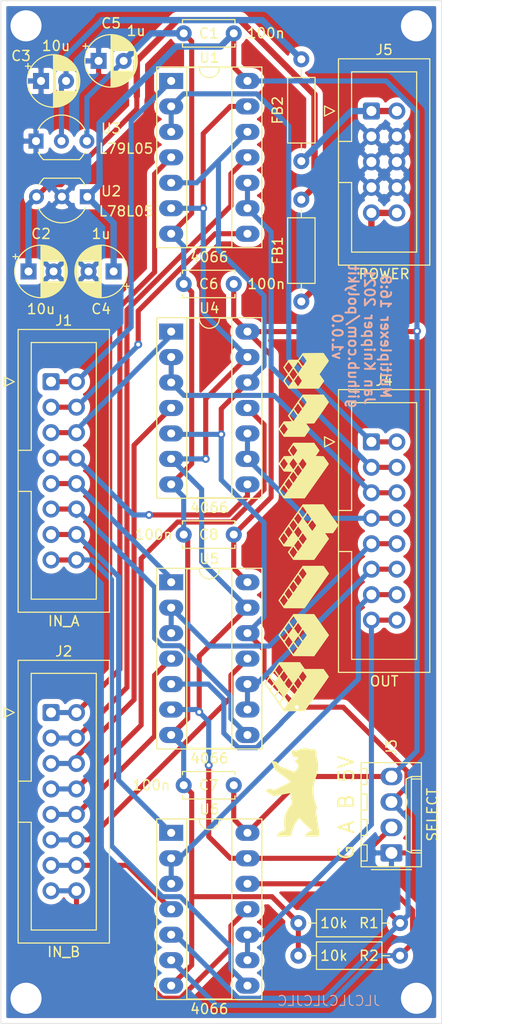
<source format=kicad_pcb>
(kicad_pcb (version 20171130) (host pcbnew 5.1.10-88a1d61d58~88~ubuntu20.10.1)
  (title_block (title "Multiplexer 16:8") (date 2021-06-30) (rev v1.0.0) (company "Jan Knipper") (comment 1 github.com/polykit))
  (layers (0 F.Cu signal) (31 B.Cu signal) (34 B.Paste user) (35 F.Paste user) (36 B.SilkS user) (37 F.SilkS user) (38 B.Mask user) (39 F.Mask user) (44 Edge.Cuts user))
  (net 0 "")
  (net 1 -5V)
  (net 2 +5V)
  (net 3 /MUX1/SELECT_A)
  (net 4 /MUX1/SELECT_B)
  (net 5 /MUX1/B2)
  (net 6 /MUX1/B1)
  (net 7 /MUX1/A2)
  (net 8 /MUX1/A1)
  (net 9 /MUX4/A2)
  (net 10 /MUX4/A1)
  (net 11 /MUX3/A2)
  (net 12 /MUX3/A1)
  (net 13 /MUX2/A2)
  (net 14 /MUX2/A1)
  (net 15 /MUX4/B2)
  (net 16 /MUX3/B2)
  (net 17 /MUX3/B1)
  (net 18 /MUX2/B2)
  (net 19 /MUX2/B1)
  (net 20 /MUX4/OUT_2)
  (net 21 /MUX4/OUT_1)
  (net 22 /MUX3/OUT_2)
  (net 23 /MUX3/OUT_1)
  (net 24 /MUX2/OUT_2)
  (net 25 /MUX2/OUT_1)
  (net 26 /MUX1/OUT_2)
  (net 27 /MUX1/OUT_1)
  (net 28 GND)
  (net 29 "Net-(C2-Pad1)")
  (net 30 "Net-(C3-Pad2)")
  (net 31 /MUX4/B1)
  (net 32 "Net-(FB1-Pad1)")
  (net 33 "Net-(FB2-Pad1)")
  (module Polykit:bär-small (layer F.Cu) (at 91.25 116)
    (fp_text reference G*** hide)
    (fp_text value LOGO hide)
  )
  (module Polykit:logo-3.5cm (layer F.Cu) (at 92 90 90)
    (fp_text reference G*** hide)
    (fp_text value LOGO hide)
  )
  (module Package_TO_SOT_THT:TO-92_Inline_Wide (layer F.Cu) (at 65.5 51)
    (fp_text reference U3 (at 7.5 -1.25) (layer F.SilkS))
    (fp_text value L79L05 (at 9 0.75) (layer F.SilkS))
    (pad 1 thru_hole rect (at 0 0) (size 1.5 1.5) (drill 0.8) (layers *.Cu *.Mask) (net 28 GND))
    (pad 3 thru_hole circle (at 5.08 0) (size 1.5 1.5) (drill 0.8) (layers *.Cu *.Mask) (net 1 -5V))
    (pad 2 thru_hole circle (at 2.54 0) (size 1.5 1.5) (drill 0.8) (layers *.Cu *.Mask) (net 30 "Net-(C3-Pad2)"))
  )
  (module Package_TO_SOT_THT:TO-92_Inline_Wide (layer F.Cu) (at 70.625048 56.54988 180)
    (fp_text reference U2 (at -2.374952 0.54988) (layer F.SilkS))
    (fp_text value L78L05 (at -3.874952 -1.45012) (layer F.SilkS))
    (pad 1 thru_hole rect (at 0 0 180) (size 1.5 1.5) (drill 0.8) (layers *.Cu *.Mask) (net 2 +5V))
    (pad 3 thru_hole circle (at 5.08 0 180) (size 1.5 1.5) (drill 0.8) (layers *.Cu *.Mask) (net 29 "Net-(C2-Pad1)"))
    (pad 2 thru_hole circle (at 2.54 0 180) (size 1.5 1.5) (drill 0.8) (layers *.Cu *.Mask) (net 28 GND))
  )
  (module Connector_Molex:Molex_KK-254_AE-6410-04A_1x04_P2.54mm_Vertical (layer F.Cu) (at 101 122 90)
    (fp_text reference J3 (at 10.5 0 90) (layer F.SilkS))
    (fp_text value SELECT (at 3.81 4.08 90) (layer F.SilkS))
    (pad 4 thru_hole oval (at 7.62 0 90) (size 1.74 2.19) (drill 1.19) (layers *.Cu *.Mask) (net 2 +5V))
    (pad 3 thru_hole oval (at 5.08 0 90) (size 1.74 2.19) (drill 1.19) (layers *.Cu *.Mask) (net 4 /MUX1/SELECT_B))
    (pad 2 thru_hole oval (at 2.54 0 90) (size 1.74 2.19) (drill 1.19) (layers *.Cu *.Mask) (net 3 /MUX1/SELECT_A))
    (pad 1 thru_hole roundrect (at 0 0 90) (size 1.74 2.19) (drill 1.19) (layers *.Cu *.Mask) (roundrect_rratio 0.1436775862068966) (net 28 GND))
  )
  (module Resistor_THT:R_Axial_DIN0207_L6.3mm_D2.5mm_P10.16mm_Horizontal (layer F.Cu) (at 92 53 90)
    (fp_text reference FB2 (at 5.08 -2.37 90) (layer F.SilkS))
    (fp_text value Ferrite_Bead hide)
    (pad 2 thru_hole oval (at 10.16 0 90) (size 1.6 1.6) (drill 0.8) (layers *.Cu *.Mask) (net 30 "Net-(C3-Pad2)"))
    (pad 1 thru_hole circle (at 0 0 90) (size 1.6 1.6) (drill 0.8) (layers *.Cu *.Mask) (net 33 "Net-(FB2-Pad1)"))
  )
  (module Resistor_THT:R_Axial_DIN0207_L6.3mm_D2.5mm_P10.16mm_Horizontal (layer F.Cu) (at 92 67 90)
    (fp_text reference FB1 (at 5.08 -2.37 90) (layer F.SilkS))
    (fp_text value Ferrite_Bead hide)
    (pad 2 thru_hole oval (at 10.16 0 90) (size 1.6 1.6) (drill 0.8) (layers *.Cu *.Mask) (net 29 "Net-(C2-Pad1)"))
    (pad 1 thru_hole circle (at 0 0 90) (size 1.6 1.6) (drill 0.8) (layers *.Cu *.Mask) (net 32 "Net-(FB1-Pad1)"))
  )
  (module Connector_IDC:IDC-Header_2x05_P2.54mm_Vertical (layer F.Cu) (at 99 48)
    (fp_text reference J5 (at 1.27 -6.1) (layer F.SilkS))
    (fp_text value POWER (at 1.27 16.26) (layer F.SilkS))
    (pad 10 thru_hole circle (at 2.54 10.16) (size 1.7 1.7) (drill 1) (layers *.Cu *.Mask) (net 32 "Net-(FB1-Pad1)"))
    (pad 8 thru_hole circle (at 2.54 7.62) (size 1.7 1.7) (drill 1) (layers *.Cu *.Mask) (net 28 GND))
    (pad 6 thru_hole circle (at 2.54 5.08) (size 1.7 1.7) (drill 1) (layers *.Cu *.Mask) (net 28 GND))
    (pad 4 thru_hole circle (at 2.54 2.54) (size 1.7 1.7) (drill 1) (layers *.Cu *.Mask) (net 28 GND))
    (pad 2 thru_hole circle (at 2.54 0) (size 1.7 1.7) (drill 1) (layers *.Cu *.Mask) (net 33 "Net-(FB2-Pad1)"))
    (pad 9 thru_hole circle (at 0 10.16) (size 1.7 1.7) (drill 1) (layers *.Cu *.Mask) (net 32 "Net-(FB1-Pad1)"))
    (pad 7 thru_hole circle (at 0 7.62) (size 1.7 1.7) (drill 1) (layers *.Cu *.Mask) (net 28 GND))
    (pad 5 thru_hole circle (at 0 5.08) (size 1.7 1.7) (drill 1) (layers *.Cu *.Mask) (net 28 GND))
    (pad 3 thru_hole circle (at 0 2.54) (size 1.7 1.7) (drill 1) (layers *.Cu *.Mask) (net 28 GND))
    (pad 1 thru_hole roundrect (at 0 0) (size 1.7 1.7) (drill 1) (layers *.Cu *.Mask) (roundrect_rratio 0.1470588235294118) (net 33 "Net-(FB2-Pad1)"))
  )
  (module Capacitor_THT:CP_Radial_D5.0mm_P2.50mm (layer F.Cu) (at 71.75 43)
    (fp_text reference C5 (at 1.25 -3.75) (layer F.SilkS))
    (fp_text value 1u (at 3.75 -3) (layer F.SilkS))
    (pad 2 thru_hole circle (at 2.5 0) (size 1.6 1.6) (drill 0.8) (layers *.Cu *.Mask) (net 1 -5V))
    (pad 1 thru_hole rect (at 0 0) (size 1.6 1.6) (drill 0.8) (layers *.Cu *.Mask) (net 28 GND))
  )
  (module Capacitor_THT:CP_Radial_D5.0mm_P2.50mm (layer F.Cu) (at 73.25 64 180)
    (fp_text reference C4 (at 1.25 -3.75) (layer F.SilkS))
    (fp_text value 1u (at 1.25 3.75) (layer F.SilkS))
    (pad 2 thru_hole circle (at 2.5 0 180) (size 1.6 1.6) (drill 0.8) (layers *.Cu *.Mask) (net 28 GND))
    (pad 1 thru_hole rect (at 0 0 180) (size 1.6 1.6) (drill 0.8) (layers *.Cu *.Mask) (net 2 +5V))
  )
  (module Capacitor_THT:CP_Radial_D5.0mm_P2.50mm (layer F.Cu) (at 66 45)
    (fp_text reference C3 (at -2 -2.5) (layer F.SilkS))
    (fp_text value 10u (at 1.5 -3.5) (layer F.SilkS))
    (pad 2 thru_hole circle (at 2.5 0) (size 1.6 1.6) (drill 0.8) (layers *.Cu *.Mask) (net 30 "Net-(C3-Pad2)"))
    (pad 1 thru_hole rect (at 0 0) (size 1.6 1.6) (drill 0.8) (layers *.Cu *.Mask) (net 28 GND))
  )
  (module Capacitor_THT:CP_Radial_D5.0mm_P2.50mm (layer F.Cu) (at 64.75 64)
    (fp_text reference C2 (at 1.25 -3.75) (layer F.SilkS))
    (fp_text value 10u (at 1.25 3.75) (layer F.SilkS))
    (pad 2 thru_hole circle (at 2.5 0) (size 1.6 1.6) (drill 0.8) (layers *.Cu *.Mask) (net 28 GND))
    (pad 1 thru_hole rect (at 0 0) (size 1.6 1.6) (drill 0.8) (layers *.Cu *.Mask) (net 29 "Net-(C2-Pad1)"))
  )
  (module Package_DIP:DIP-14_W7.62mm_Socket_LongPads (layer F.Cu) (at 79 120)
    (fp_text reference U6 (at 3.81 -2.33) (layer F.SilkS))
    (fp_text value 4066 (at 3.81 17.57) (layer F.SilkS))
    (pad 14 thru_hole oval (at 7.62 0) (size 2.4 1.6) (drill 0.8) (layers *.Cu *.Mask) (net 2 +5V))
    (pad 7 thru_hole oval (at 0 15.24) (size 2.4 1.6) (drill 0.8) (layers *.Cu *.Mask) (net 1 -5V))
    (pad 13 thru_hole oval (at 7.62 2.54) (size 2.4 1.6) (drill 0.8) (layers *.Cu *.Mask) (net 3 /MUX1/SELECT_A))
    (pad 6 thru_hole oval (at 0 12.7) (size 2.4 1.6) (drill 0.8) (layers *.Cu *.Mask) (net 3 /MUX1/SELECT_A))
    (pad 12 thru_hole oval (at 7.62 5.08) (size 2.4 1.6) (drill 0.8) (layers *.Cu *.Mask) (net 4 /MUX1/SELECT_B))
    (pad 5 thru_hole oval (at 0 10.16) (size 2.4 1.6) (drill 0.8) (layers *.Cu *.Mask) (net 4 /MUX1/SELECT_B))
    (pad 11 thru_hole oval (at 7.62 7.62) (size 2.4 1.6) (drill 0.8) (layers *.Cu *.Mask) (net 15 /MUX4/B2))
    (pad 4 thru_hole oval (at 0 7.62) (size 2.4 1.6) (drill 0.8) (layers *.Cu *.Mask) (net 31 /MUX4/B1))
    (pad 10 thru_hole oval (at 7.62 10.16) (size 2.4 1.6) (drill 0.8) (layers *.Cu *.Mask) (net 20 /MUX4/OUT_2))
    (pad 3 thru_hole oval (at 0 5.08) (size 2.4 1.6) (drill 0.8) (layers *.Cu *.Mask) (net 21 /MUX4/OUT_1))
    (pad 9 thru_hole oval (at 7.62 12.7) (size 2.4 1.6) (drill 0.8) (layers *.Cu *.Mask) (net 20 /MUX4/OUT_2))
    (pad 2 thru_hole oval (at 0 2.54) (size 2.4 1.6) (drill 0.8) (layers *.Cu *.Mask) (net 21 /MUX4/OUT_1))
    (pad 8 thru_hole oval (at 7.62 15.24) (size 2.4 1.6) (drill 0.8) (layers *.Cu *.Mask) (net 9 /MUX4/A2))
    (pad 1 thru_hole rect (at 0 0) (size 2.4 1.6) (drill 0.8) (layers *.Cu *.Mask) (net 10 /MUX4/A1))
  )
  (module Package_DIP:DIP-14_W7.62mm_Socket_LongPads (layer F.Cu) (at 79 95)
    (fp_text reference U5 (at 3.81 -2.33) (layer F.SilkS))
    (fp_text value 4066 (at 3.81 17.57) (layer F.SilkS))
    (pad 14 thru_hole oval (at 7.62 0) (size 2.4 1.6) (drill 0.8) (layers *.Cu *.Mask) (net 2 +5V))
    (pad 7 thru_hole oval (at 0 15.24) (size 2.4 1.6) (drill 0.8) (layers *.Cu *.Mask) (net 1 -5V))
    (pad 13 thru_hole oval (at 7.62 2.54) (size 2.4 1.6) (drill 0.8) (layers *.Cu *.Mask) (net 3 /MUX1/SELECT_A))
    (pad 6 thru_hole oval (at 0 12.7) (size 2.4 1.6) (drill 0.8) (layers *.Cu *.Mask) (net 3 /MUX1/SELECT_A))
    (pad 12 thru_hole oval (at 7.62 5.08) (size 2.4 1.6) (drill 0.8) (layers *.Cu *.Mask) (net 4 /MUX1/SELECT_B))
    (pad 5 thru_hole oval (at 0 10.16) (size 2.4 1.6) (drill 0.8) (layers *.Cu *.Mask) (net 4 /MUX1/SELECT_B))
    (pad 11 thru_hole oval (at 7.62 7.62) (size 2.4 1.6) (drill 0.8) (layers *.Cu *.Mask) (net 16 /MUX3/B2))
    (pad 4 thru_hole oval (at 0 7.62) (size 2.4 1.6) (drill 0.8) (layers *.Cu *.Mask) (net 17 /MUX3/B1))
    (pad 10 thru_hole oval (at 7.62 10.16) (size 2.4 1.6) (drill 0.8) (layers *.Cu *.Mask) (net 22 /MUX3/OUT_2))
    (pad 3 thru_hole oval (at 0 5.08) (size 2.4 1.6) (drill 0.8) (layers *.Cu *.Mask) (net 23 /MUX3/OUT_1))
    (pad 9 thru_hole oval (at 7.62 12.7) (size 2.4 1.6) (drill 0.8) (layers *.Cu *.Mask) (net 22 /MUX3/OUT_2))
    (pad 2 thru_hole oval (at 0 2.54) (size 2.4 1.6) (drill 0.8) (layers *.Cu *.Mask) (net 23 /MUX3/OUT_1))
    (pad 8 thru_hole oval (at 7.62 15.24) (size 2.4 1.6) (drill 0.8) (layers *.Cu *.Mask) (net 11 /MUX3/A2))
    (pad 1 thru_hole rect (at 0 0) (size 2.4 1.6) (drill 0.8) (layers *.Cu *.Mask) (net 12 /MUX3/A1))
  )
  (module Package_DIP:DIP-14_W7.62mm_Socket_LongPads (layer F.Cu) (at 79 70)
    (fp_text reference U4 (at 3.81 -2.33) (layer F.SilkS))
    (fp_text value 4066 (at 3.81 17.57) (layer F.SilkS))
    (pad 14 thru_hole oval (at 7.62 0) (size 2.4 1.6) (drill 0.8) (layers *.Cu *.Mask) (net 2 +5V))
    (pad 7 thru_hole oval (at 0 15.24) (size 2.4 1.6) (drill 0.8) (layers *.Cu *.Mask) (net 1 -5V))
    (pad 13 thru_hole oval (at 7.62 2.54) (size 2.4 1.6) (drill 0.8) (layers *.Cu *.Mask) (net 3 /MUX1/SELECT_A))
    (pad 6 thru_hole oval (at 0 12.7) (size 2.4 1.6) (drill 0.8) (layers *.Cu *.Mask) (net 3 /MUX1/SELECT_A))
    (pad 12 thru_hole oval (at 7.62 5.08) (size 2.4 1.6) (drill 0.8) (layers *.Cu *.Mask) (net 4 /MUX1/SELECT_B))
    (pad 5 thru_hole oval (at 0 10.16) (size 2.4 1.6) (drill 0.8) (layers *.Cu *.Mask) (net 4 /MUX1/SELECT_B))
    (pad 11 thru_hole oval (at 7.62 7.62) (size 2.4 1.6) (drill 0.8) (layers *.Cu *.Mask) (net 18 /MUX2/B2))
    (pad 4 thru_hole oval (at 0 7.62) (size 2.4 1.6) (drill 0.8) (layers *.Cu *.Mask) (net 19 /MUX2/B1))
    (pad 10 thru_hole oval (at 7.62 10.16) (size 2.4 1.6) (drill 0.8) (layers *.Cu *.Mask) (net 24 /MUX2/OUT_2))
    (pad 3 thru_hole oval (at 0 5.08) (size 2.4 1.6) (drill 0.8) (layers *.Cu *.Mask) (net 25 /MUX2/OUT_1))
    (pad 9 thru_hole oval (at 7.62 12.7) (size 2.4 1.6) (drill 0.8) (layers *.Cu *.Mask) (net 24 /MUX2/OUT_2))
    (pad 2 thru_hole oval (at 0 2.54) (size 2.4 1.6) (drill 0.8) (layers *.Cu *.Mask) (net 25 /MUX2/OUT_1))
    (pad 8 thru_hole oval (at 7.62 15.24) (size 2.4 1.6) (drill 0.8) (layers *.Cu *.Mask) (net 13 /MUX2/A2))
    (pad 1 thru_hole rect (at 0 0) (size 2.4 1.6) (drill 0.8) (layers *.Cu *.Mask) (net 14 /MUX2/A1))
  )
  (module Resistor_THT:R_Axial_DIN0207_L6.3mm_D2.5mm_P10.16mm_Horizontal (layer F.Cu) (at 101.86 132.25 180)
    (fp_text reference R2 (at 3.11 0) (layer F.SilkS))
    (fp_text value 10k (at 6.61 0) (layer F.SilkS))
    (pad 2 thru_hole oval (at 10.16 0 180) (size 1.6 1.6) (drill 0.8) (layers *.Cu *.Mask) (net 1 -5V))
    (pad 1 thru_hole circle (at 0 0 180) (size 1.6 1.6) (drill 0.8) (layers *.Cu *.Mask) (net 3 /MUX1/SELECT_A))
  )
  (module Resistor_THT:R_Axial_DIN0207_L6.3mm_D2.5mm_P10.16mm_Horizontal (layer F.Cu) (at 101.86 129 180)
    (fp_text reference R1 (at 3.11 0) (layer F.SilkS))
    (fp_text value 10k (at 6.61 0) (layer F.SilkS))
    (pad 2 thru_hole oval (at 10.16 0 180) (size 1.6 1.6) (drill 0.8) (layers *.Cu *.Mask) (net 1 -5V))
    (pad 1 thru_hole circle (at 0 0 180) (size 1.6 1.6) (drill 0.8) (layers *.Cu *.Mask) (net 4 /MUX1/SELECT_B))
  )
  (module Connector_IDC:IDC-Header_2x08_P2.54mm_Vertical (layer F.Cu) (at 99 81)
    (fp_text reference J4 (at 1.27 -6.1) (layer F.SilkS))
    (fp_text value OUT (at 1.27 23.88) (layer F.SilkS))
    (pad 16 thru_hole circle (at 2.54 17.78) (size 1.7 1.7) (drill 1) (layers *.Cu *.Mask) (net 20 /MUX4/OUT_2))
    (pad 14 thru_hole circle (at 2.54 15.24) (size 1.7 1.7) (drill 1) (layers *.Cu *.Mask) (net 21 /MUX4/OUT_1))
    (pad 12 thru_hole circle (at 2.54 12.7) (size 1.7 1.7) (drill 1) (layers *.Cu *.Mask) (net 22 /MUX3/OUT_2))
    (pad 10 thru_hole circle (at 2.54 10.16) (size 1.7 1.7) (drill 1) (layers *.Cu *.Mask) (net 23 /MUX3/OUT_1))
    (pad 8 thru_hole circle (at 2.54 7.62) (size 1.7 1.7) (drill 1) (layers *.Cu *.Mask) (net 24 /MUX2/OUT_2))
    (pad 6 thru_hole circle (at 2.54 5.08) (size 1.7 1.7) (drill 1) (layers *.Cu *.Mask) (net 25 /MUX2/OUT_1))
    (pad 4 thru_hole circle (at 2.54 2.54) (size 1.7 1.7) (drill 1) (layers *.Cu *.Mask) (net 26 /MUX1/OUT_2))
    (pad 2 thru_hole circle (at 2.54 0) (size 1.7 1.7) (drill 1) (layers *.Cu *.Mask) (net 27 /MUX1/OUT_1))
    (pad 15 thru_hole circle (at 0 17.78) (size 1.7 1.7) (drill 1) (layers *.Cu *.Mask) (net 20 /MUX4/OUT_2))
    (pad 13 thru_hole circle (at 0 15.24) (size 1.7 1.7) (drill 1) (layers *.Cu *.Mask) (net 21 /MUX4/OUT_1))
    (pad 11 thru_hole circle (at 0 12.7) (size 1.7 1.7) (drill 1) (layers *.Cu *.Mask) (net 22 /MUX3/OUT_2))
    (pad 9 thru_hole circle (at 0 10.16) (size 1.7 1.7) (drill 1) (layers *.Cu *.Mask) (net 23 /MUX3/OUT_1))
    (pad 7 thru_hole circle (at 0 7.62) (size 1.7 1.7) (drill 1) (layers *.Cu *.Mask) (net 24 /MUX2/OUT_2))
    (pad 5 thru_hole circle (at 0 5.08) (size 1.7 1.7) (drill 1) (layers *.Cu *.Mask) (net 25 /MUX2/OUT_1))
    (pad 3 thru_hole circle (at 0 2.54) (size 1.7 1.7) (drill 1) (layers *.Cu *.Mask) (net 26 /MUX1/OUT_2))
    (pad 1 thru_hole roundrect (at 0 0) (size 1.7 1.7) (drill 1) (layers *.Cu *.Mask) (roundrect_rratio 0.1470588235294118) (net 27 /MUX1/OUT_1))
  )
  (module Connector_IDC:IDC-Header_2x08_P2.54mm_Vertical (layer F.Cu) (at 67 108)
    (fp_text reference J2 (at 1.27 -6.1) (layer F.SilkS))
    (fp_text value IN_B (at 1.27 23.88) (layer F.SilkS))
    (pad 16 thru_hole circle (at 2.54 17.78) (size 1.7 1.7) (drill 1) (layers *.Cu *.Mask) (net 15 /MUX4/B2))
    (pad 14 thru_hole circle (at 2.54 15.24) (size 1.7 1.7) (drill 1) (layers *.Cu *.Mask) (net 31 /MUX4/B1))
    (pad 12 thru_hole circle (at 2.54 12.7) (size 1.7 1.7) (drill 1) (layers *.Cu *.Mask) (net 16 /MUX3/B2))
    (pad 10 thru_hole circle (at 2.54 10.16) (size 1.7 1.7) (drill 1) (layers *.Cu *.Mask) (net 17 /MUX3/B1))
    (pad 8 thru_hole circle (at 2.54 7.62) (size 1.7 1.7) (drill 1) (layers *.Cu *.Mask) (net 18 /MUX2/B2))
    (pad 6 thru_hole circle (at 2.54 5.08) (size 1.7 1.7) (drill 1) (layers *.Cu *.Mask) (net 19 /MUX2/B1))
    (pad 4 thru_hole circle (at 2.54 2.54) (size 1.7 1.7) (drill 1) (layers *.Cu *.Mask) (net 5 /MUX1/B2))
    (pad 2 thru_hole circle (at 2.54 0) (size 1.7 1.7) (drill 1) (layers *.Cu *.Mask) (net 6 /MUX1/B1))
    (pad 15 thru_hole circle (at 0 17.78) (size 1.7 1.7) (drill 1) (layers *.Cu *.Mask) (net 15 /MUX4/B2))
    (pad 13 thru_hole circle (at 0 15.24) (size 1.7 1.7) (drill 1) (layers *.Cu *.Mask) (net 31 /MUX4/B1))
    (pad 11 thru_hole circle (at 0 12.7) (size 1.7 1.7) (drill 1) (layers *.Cu *.Mask) (net 16 /MUX3/B2))
    (pad 9 thru_hole circle (at 0 10.16) (size 1.7 1.7) (drill 1) (layers *.Cu *.Mask) (net 17 /MUX3/B1))
    (pad 7 thru_hole circle (at 0 7.62) (size 1.7 1.7) (drill 1) (layers *.Cu *.Mask) (net 18 /MUX2/B2))
    (pad 5 thru_hole circle (at 0 5.08) (size 1.7 1.7) (drill 1) (layers *.Cu *.Mask) (net 19 /MUX2/B1))
    (pad 3 thru_hole circle (at 0 2.54) (size 1.7 1.7) (drill 1) (layers *.Cu *.Mask) (net 5 /MUX1/B2))
    (pad 1 thru_hole roundrect (at 0 0) (size 1.7 1.7) (drill 1) (layers *.Cu *.Mask) (roundrect_rratio 0.1470588235294118) (net 6 /MUX1/B1))
  )
  (module Connector_IDC:IDC-Header_2x08_P2.54mm_Vertical (layer F.Cu) (at 67 75)
    (fp_text reference J1 (at 1.27 -6.1) (layer F.SilkS))
    (fp_text value IN_A (at 1.27 23.88) (layer F.SilkS))
    (pad 16 thru_hole circle (at 2.54 17.78) (size 1.7 1.7) (drill 1) (layers *.Cu *.Mask) (net 9 /MUX4/A2))
    (pad 14 thru_hole circle (at 2.54 15.24) (size 1.7 1.7) (drill 1) (layers *.Cu *.Mask) (net 10 /MUX4/A1))
    (pad 12 thru_hole circle (at 2.54 12.7) (size 1.7 1.7) (drill 1) (layers *.Cu *.Mask) (net 11 /MUX3/A2))
    (pad 10 thru_hole circle (at 2.54 10.16) (size 1.7 1.7) (drill 1) (layers *.Cu *.Mask) (net 12 /MUX3/A1))
    (pad 8 thru_hole circle (at 2.54 7.62) (size 1.7 1.7) (drill 1) (layers *.Cu *.Mask) (net 13 /MUX2/A2))
    (pad 6 thru_hole circle (at 2.54 5.08) (size 1.7 1.7) (drill 1) (layers *.Cu *.Mask) (net 14 /MUX2/A1))
    (pad 4 thru_hole circle (at 2.54 2.54) (size 1.7 1.7) (drill 1) (layers *.Cu *.Mask) (net 7 /MUX1/A2))
    (pad 2 thru_hole circle (at 2.54 0) (size 1.7 1.7) (drill 1) (layers *.Cu *.Mask) (net 8 /MUX1/A1))
    (pad 15 thru_hole circle (at 0 17.78) (size 1.7 1.7) (drill 1) (layers *.Cu *.Mask) (net 9 /MUX4/A2))
    (pad 13 thru_hole circle (at 0 15.24) (size 1.7 1.7) (drill 1) (layers *.Cu *.Mask) (net 10 /MUX4/A1))
    (pad 11 thru_hole circle (at 0 12.7) (size 1.7 1.7) (drill 1) (layers *.Cu *.Mask) (net 11 /MUX3/A2))
    (pad 9 thru_hole circle (at 0 10.16) (size 1.7 1.7) (drill 1) (layers *.Cu *.Mask) (net 12 /MUX3/A1))
    (pad 7 thru_hole circle (at 0 7.62) (size 1.7 1.7) (drill 1) (layers *.Cu *.Mask) (net 13 /MUX2/A2))
    (pad 5 thru_hole circle (at 0 5.08) (size 1.7 1.7) (drill 1) (layers *.Cu *.Mask) (net 14 /MUX2/A1))
    (pad 3 thru_hole circle (at 0 2.54) (size 1.7 1.7) (drill 1) (layers *.Cu *.Mask) (net 7 /MUX1/A2))
    (pad 1 thru_hole roundrect (at 0 0) (size 1.7 1.7) (drill 1) (layers *.Cu *.Mask) (roundrect_rratio 0.1470588235294118) (net 8 /MUX1/A1))
  )
  (module Capacitor_THT:C_Disc_D5.0mm_W2.5mm_P5.00mm (layer F.Cu) (at 85.25 90.25 180)
    (fp_text reference C8 (at 2.5 0) (layer F.SilkS))
    (fp_text value 100n (at 8 0) (layer F.SilkS))
    (pad 2 thru_hole circle (at 5 0 180) (size 1.6 1.6) (drill 0.8) (layers *.Cu *.Mask) (net 1 -5V))
    (pad 1 thru_hole circle (at 0 0 180) (size 1.6 1.6) (drill 0.8) (layers *.Cu *.Mask) (net 2 +5V))
  )
  (module Capacitor_THT:C_Disc_D5.0mm_W2.5mm_P5.00mm (layer F.Cu) (at 85.25 115.25 180)
    (fp_text reference C7 (at 2.5 0) (layer F.SilkS))
    (fp_text value 100n (at 8.25 0) (layer F.SilkS))
    (pad 2 thru_hole circle (at 5 0 180) (size 1.6 1.6) (drill 0.8) (layers *.Cu *.Mask) (net 1 -5V))
    (pad 1 thru_hole circle (at 0 0 180) (size 1.6 1.6) (drill 0.8) (layers *.Cu *.Mask) (net 2 +5V))
  )
  (module Capacitor_THT:C_Disc_D5.0mm_W2.5mm_P5.00mm (layer F.Cu) (at 85.25 65.25 180)
    (fp_text reference C6 (at 2.5 0) (layer F.SilkS))
    (fp_text value 100n (at -3.25 0) (layer F.SilkS))
    (pad 2 thru_hole circle (at 5 0 180) (size 1.6 1.6) (drill 0.8) (layers *.Cu *.Mask) (net 1 -5V))
    (pad 1 thru_hole circle (at 0 0 180) (size 1.6 1.6) (drill 0.8) (layers *.Cu *.Mask) (net 2 +5V))
  )
  (module Package_DIP:DIP-14_W7.62mm_Socket_LongPads (layer F.Cu) (at 79 45)
    (fp_text reference U1 (at 3.81 -2.33) (layer F.SilkS))
    (fp_text value 4066 (at 3.81 17.57) (layer F.SilkS))
    (pad 14 thru_hole oval (at 7.62 0) (size 2.4 1.6) (drill 0.8) (layers *.Cu *.Mask) (net 2 +5V))
    (pad 7 thru_hole oval (at 0 15.24) (size 2.4 1.6) (drill 0.8) (layers *.Cu *.Mask) (net 1 -5V))
    (pad 13 thru_hole oval (at 7.62 2.54) (size 2.4 1.6) (drill 0.8) (layers *.Cu *.Mask) (net 3 /MUX1/SELECT_A))
    (pad 6 thru_hole oval (at 0 12.7) (size 2.4 1.6) (drill 0.8) (layers *.Cu *.Mask) (net 3 /MUX1/SELECT_A))
    (pad 12 thru_hole oval (at 7.62 5.08) (size 2.4 1.6) (drill 0.8) (layers *.Cu *.Mask) (net 4 /MUX1/SELECT_B))
    (pad 5 thru_hole oval (at 0 10.16) (size 2.4 1.6) (drill 0.8) (layers *.Cu *.Mask) (net 4 /MUX1/SELECT_B))
    (pad 11 thru_hole oval (at 7.62 7.62) (size 2.4 1.6) (drill 0.8) (layers *.Cu *.Mask) (net 5 /MUX1/B2))
    (pad 4 thru_hole oval (at 0 7.62) (size 2.4 1.6) (drill 0.8) (layers *.Cu *.Mask) (net 6 /MUX1/B1))
    (pad 10 thru_hole oval (at 7.62 10.16) (size 2.4 1.6) (drill 0.8) (layers *.Cu *.Mask) (net 26 /MUX1/OUT_2))
    (pad 3 thru_hole oval (at 0 5.08) (size 2.4 1.6) (drill 0.8) (layers *.Cu *.Mask) (net 27 /MUX1/OUT_1))
    (pad 9 thru_hole oval (at 7.62 12.7) (size 2.4 1.6) (drill 0.8) (layers *.Cu *.Mask) (net 26 /MUX1/OUT_2))
    (pad 2 thru_hole oval (at 0 2.54) (size 2.4 1.6) (drill 0.8) (layers *.Cu *.Mask) (net 27 /MUX1/OUT_1))
    (pad 8 thru_hole oval (at 7.62 15.24) (size 2.4 1.6) (drill 0.8) (layers *.Cu *.Mask) (net 7 /MUX1/A2))
    (pad 1 thru_hole rect (at 0 0) (size 2.4 1.6) (drill 0.8) (layers *.Cu *.Mask) (net 8 /MUX1/A1))
  )
  (module Capacitor_THT:C_Disc_D5.0mm_W2.5mm_P5.00mm (layer F.Cu) (at 85.25 40.25 180)
    (fp_text reference C1 (at 2.5 0) (layer F.SilkS))
    (fp_text value 100n (at -3.202614 0.016876) (layer F.SilkS))
    (pad 2 thru_hole circle (at 5 0 180) (size 1.6 1.6) (drill 0.8) (layers *.Cu *.Mask) (net 1 -5V))
    (pad 1 thru_hole circle (at 0 0 180) (size 1.6 1.6) (drill 0.8) (layers *.Cu *.Mask) (net 2 +5V))
  )
  (gr_text JLCJLCJLCJLC (at 94.75 136.75) (layer B.SilkS) (effects (font (size 1 1) (thickness 0.1)) (justify mirror)))
  (gr_text "G A B 5V" (at 96.5 117.5 90) (layer F.SilkS) (effects (font (size 1.5 1.5) (thickness 0.2))))
  (gr_line (start 106 139) (end 105 139) (layer Edge.Cuts) (width 0.05))
  (gr_line (start 106 37) (end 106 139) (layer Edge.Cuts) (width 0.05))
  (gr_line (start 62 37) (end 106 37) (layer Edge.Cuts) (width 0.05))
  (gr_line (start 62 139) (end 62 37) (layer Edge.Cuts) (width 0.05))
  (gr_line (start 105 139) (end 62 139) (layer Edge.Cuts) (width 0.05))
  (gr_text "Multiplexer 16:8\nJan Knipper 2021\ngithub.com/polykit\nv1.0.0" (at 98 70.5 -90) (layer B.SilkS) (effects (font (size 1 1) (thickness 0.2)) (justify mirror)))
  (via (at 103.5 136.5) (size 3.3) (drill 3.1) (layers F.Cu B.Cu) (net 28))
  (via (at 64.5 136.5) (size 3.3) (drill 3.1) (layers F.Cu B.Cu) (net 28))
  (via (at 103.5 39.5) (size 3.3) (drill 3.1) (layers F.Cu B.Cu) (net 28))
  (via (at 64.5 39.5) (size 3.3) (drill 3.1) (layers F.Cu B.Cu) (net 28))
  (segment (start 80.65401 108.58599) (end 79 110.24) (width 0.508) (layer F.Cu) (net 1))
  (segment (start 80.65401 90.65401) (end 80.65401 108.58599) (width 0.508) (layer F.Cu) (net 1))
  (segment (start 80.25 90.25) (end 80.65401 90.65401) (width 0.508) (layer F.Cu) (net 1))
  (segment (start 81.049999 133.190001) (end 79 135.24) (width 0.508) (layer F.Cu) (net 1))
  (segment (start 80.25 115.25) (end 81.049999 116.049999) (width 0.508) (layer F.Cu) (net 1))
  (segment (start 81.049999 66.049999) (end 80.25 65.25) (width 0.508) (layer F.Cu) (net 1))
  (segment (start 81.049999 83.190001) (end 81.049999 66.049999) (width 0.508) (layer F.Cu) (net 1))
  (segment (start 79 85.24) (end 81.049999 83.190001) (width 0.508) (layer F.Cu) (net 1))
  (segment (start 81.049999 58.190001) (end 79 60.24) (width 0.508) (layer F.Cu) (net 1))
  (segment (start 81.049999 41.049999) (end 81.049999 58.190001) (width 0.508) (layer F.Cu) (net 1))
  (segment (start 80.25 40.25) (end 81.049999 41.049999) (width 0.508) (layer F.Cu) (net 1))
  (segment (start 80.25 111.49) (end 79 110.24) (width 0.508) (layer B.Cu) (net 1))
  (segment (start 80.25 115.25) (end 80.25 111.49) (width 0.508) (layer B.Cu) (net 1))
  (segment (start 80.25 86.49) (end 79 85.24) (width 0.508) (layer B.Cu) (net 1))
  (segment (start 80.25 90.25) (end 80.25 86.49) (width 0.508) (layer B.Cu) (net 1))
  (segment (start 77 40.25) (end 74.25 43) (width 0.635) (layer B.Cu) (net 1))
  (segment (start 80.25 40.25) (end 77 40.25) (width 0.635) (layer B.Cu) (net 1))
  (segment (start 70.58 46.67) (end 70.58 51) (width 0.508) (layer B.Cu) (net 1))
  (segment (start 74.25 43) (end 70.58 46.67) (width 0.508) (layer B.Cu) (net 1))
  (segment (start 80.25 61.49) (end 79 60.24) (width 0.508) (layer B.Cu) (net 1))
  (segment (start 80.25 65.25) (end 80.25 61.49) (width 0.508) (layer B.Cu) (net 1))
  (segment (start 91.7 132.25) (end 91.7 129) (width 0.508) (layer F.Cu) (net 1))
  (segment (start 81.06599 126.36599) (end 81.049999 126.349999) (width 0.508) (layer F.Cu) (net 1))
  (segment (start 89.06599 126.36599) (end 81.06599 126.36599) (width 0.508) (layer F.Cu) (net 1))
  (segment (start 91.7 129) (end 89.06599 126.36599) (width 0.508) (layer F.Cu) (net 1))
  (segment (start 81.049999 126.349999) (end 81.049999 133.190001) (width 0.508) (layer F.Cu) (net 1))
  (segment (start 81.049999 116.049999) (end 81.049999 126.349999) (width 0.508) (layer F.Cu) (net 1))
  (segment (start 84.96599 64.96599) (end 85.25 65.25) (width 0.508) (layer F.Cu) (net 2))
  (segment (start 85.25 93.63) (end 86.62 95) (width 0.508) (layer F.Cu) (net 2))
  (segment (start 85.25 90.25) (end 85.25 93.63) (width 0.508) (layer F.Cu) (net 2))
  (segment (start 85.25 118.63) (end 86.62 120) (width 0.508) (layer F.Cu) (net 2))
  (segment (start 85.25 115.25) (end 85.25 118.63) (width 0.508) (layer F.Cu) (net 2))
  (segment (start 85.25 68.63) (end 86.62 70) (width 0.508) (layer F.Cu) (net 2))
  (segment (start 85.25 65.25) (end 85.25 68.63) (width 0.508) (layer F.Cu) (net 2))
  (segment (start 85.25 43.63) (end 86.62 45) (width 0.508) (layer F.Cu) (net 2))
  (segment (start 85.25 40.25) (end 85.25 43.63) (width 0.508) (layer F.Cu) (net 2))
  (segment (start 88.98202 86.51798) (end 85.25 90.25) (width 0.508) (layer F.Cu) (net 2))
  (segment (start 88.98202 72.36202) (end 88.98202 86.51798) (width 0.508) (layer F.Cu) (net 2))
  (segment (start 86.62 70) (end 88.98202 72.36202) (width 0.508) (layer F.Cu) (net 2))
  (segment (start 92.24 114.38) (end 86.62 120) (width 0.508) (layer F.Cu) (net 2))
  (segment (start 101 114.38) (end 92.24 114.38) (width 0.508) (layer F.Cu) (net 2))
  (segment (start 100.469922 45) (end 86.62 45) (width 0.508) (layer B.Cu) (net 2))
  (segment (start 103.552011 48.082089) (end 100.469922 45) (width 0.508) (layer B.Cu) (net 2))
  (segment (start 103.552011 111.827989) (end 103.552011 69.947989) (width 0.508) (layer B.Cu) (net 2))
  (segment (start 101 114.38) (end 103.552011 111.827989) (width 0.508) (layer B.Cu) (net 2))
  (segment (start 103.552011 69.947989) (end 103.552011 48.082089) (width 0.508) (layer B.Cu) (net 2))
  (via (at 103.552011 69.947989) (size 0.8) (drill 0.4) (layers F.Cu B.Cu) (net 2))
  (segment (start 103.5 70) (end 103.552011 69.947989) (width 0.508) (layer F.Cu) (net 2))
  (segment (start 86.62 70) (end 103.5 70) (width 0.508) (layer F.Cu) (net 2))
  (segment (start 83.932499 41.567501) (end 85.25 40.25) (width 0.635) (layer B.Cu) (net 2))
  (segment (start 71.847501 49.220997) (end 79.500997 41.567501) (width 0.635) (layer B.Cu) (net 2))
  (segment (start 79.500997 41.567501) (end 83.932499 41.567501) (width 0.635) (layer B.Cu) (net 2))
  (segment (start 71.847501 55.327427) (end 71.847501 49.220997) (width 0.635) (layer B.Cu) (net 2))
  (segment (start 70.625048 56.54988) (end 71.847501 55.327427) (width 0.635) (layer B.Cu) (net 2))
  (segment (start 73.25 59.174832) (end 70.625048 56.54988) (width 0.635) (layer B.Cu) (net 2))
  (segment (start 73.25 64) (end 73.25 59.174832) (width 0.635) (layer B.Cu) (net 2))
  (segment (start 97.92 122.54) (end 101 119.46) (width 0.508) (layer F.Cu) (net 3))
  (segment (start 86.62 122.54) (end 97.92 122.54) (width 0.508) (layer F.Cu) (net 3))
  (segment (start 79 132.7) (end 83.50202 137.20202) (width 0.508) (layer B.Cu) (net 3))
  (segment (start 79 107.7) (end 81.55 107.7) (width 0.508) (layer B.Cu) (net 3))
  (segment (start 84.912 122.54) (end 82.75 120.378) (width 0.508) (layer F.Cu) (net 3))
  (segment (start 86.62 122.54) (end 84.912 122.54) (width 0.508) (layer F.Cu) (net 3))
  (segment (start 82.75 120.378) (end 82.75 113.25) (width 0.508) (layer F.Cu) (net 3))
  (segment (start 82.75 113.25) (end 82.75 113.25) (width 0.508) (layer F.Cu) (net 3))
  (via (at 82.75 113.25) (size 0.8) (drill 0.4) (layers F.Cu B.Cu) (net 3))
  (segment (start 82.75 108.9) (end 81.8 107.95) (width 0.508) (layer B.Cu) (net 3))
  (segment (start 82.75 113.25) (end 82.75 108.9) (width 0.508) (layer B.Cu) (net 3))
  (segment (start 81.8 107.95) (end 81.55 107.7) (width 0.508) (layer B.Cu) (net 3))
  (via (at 81.8 107.95) (size 0.8) (drill 0.4) (layers F.Cu B.Cu) (net 3))
  (segment (start 81.8 102.36) (end 81.8 107.95) (width 0.508) (layer F.Cu) (net 3))
  (segment (start 86.62 97.54) (end 81.8 102.36) (width 0.508) (layer F.Cu) (net 3))
  (segment (start 82.04199 92.96199) (end 86.62 97.54) (width 0.508) (layer B.Cu) (net 3))
  (segment (start 82.04199 85.74199) (end 82.04199 92.96199) (width 0.508) (layer B.Cu) (net 3))
  (segment (start 79 82.7) (end 82.04199 85.74199) (width 0.508) (layer B.Cu) (net 3))
  (segment (start 79 82.7) (end 82.45 82.7) (width 0.508) (layer B.Cu) (net 3))
  (segment (start 82.45 82.7) (end 82.45 82.7) (width 0.508) (layer B.Cu) (net 3))
  (via (at 82.45 82.7) (size 0.8) (drill 0.4) (layers F.Cu B.Cu) (net 3))
  (segment (start 82.45 76.71) (end 86.62 72.54) (width 0.508) (layer F.Cu) (net 3))
  (segment (start 82.45 82.7) (end 82.45 76.71) (width 0.508) (layer F.Cu) (net 3))
  (segment (start 79 57.7) (end 82.2 57.7) (width 0.508) (layer B.Cu) (net 3))
  (segment (start 82.2 57.7) (end 82.2 57.7) (width 0.508) (layer B.Cu) (net 3))
  (via (at 82.2 57.7) (size 0.8) (drill 0.4) (layers F.Cu B.Cu) (net 3))
  (segment (start 82.2 50.252) (end 82.2 57.7) (width 0.508) (layer F.Cu) (net 3))
  (segment (start 84.912 47.54) (end 82.2 50.252) (width 0.508) (layer F.Cu) (net 3))
  (segment (start 86.62 47.54) (end 84.912 47.54) (width 0.508) (layer F.Cu) (net 3))
  (segment (start 99.611277 132.25) (end 101.86 132.25) (width 0.508) (layer B.Cu) (net 3))
  (segment (start 94.659257 137.20202) (end 99.611277 132.25) (width 0.508) (layer B.Cu) (net 3))
  (segment (start 83.50202 137.20202) (end 94.659257 137.20202) (width 0.508) (layer B.Cu) (net 3))
  (segment (start 82.2 68.12) (end 82.2 57.7) (width 0.508) (layer B.Cu) (net 3))
  (segment (start 86.62 72.54) (end 82.2 68.12) (width 0.508) (layer B.Cu) (net 3))
  (segment (start 103.114001 130.995999) (end 101.86 132.25) (width 0.508) (layer F.Cu) (net 3))
  (segment (start 103.114001 127.734001) (end 103.114001 130.995999) (width 0.508) (layer F.Cu) (net 3))
  (segment (start 97.92 122.54) (end 103.114001 127.734001) (width 0.508) (layer F.Cu) (net 3))
  (segment (start 94.36599 136.49401) (end 101.86 129) (width 0.508) (layer B.Cu) (net 4))
  (segment (start 85.700573 136.49401) (end 94.36599 136.49401) (width 0.508) (layer B.Cu) (net 4))
  (segment (start 83.960573 134.75401) (end 85.700573 136.49401) (width 0.508) (layer B.Cu) (net 4))
  (segment (start 83.960573 134.720573) (end 83.960573 134.75401) (width 0.508) (layer B.Cu) (net 4))
  (segment (start 79.4 130.16) (end 83.960573 134.720573) (width 0.508) (layer B.Cu) (net 4))
  (segment (start 79 130.16) (end 79.4 130.16) (width 0.508) (layer B.Cu) (net 4))
  (segment (start 97.94 125.08) (end 101.86 129) (width 0.508) (layer F.Cu) (net 4))
  (segment (start 86.62 125.08) (end 97.94 125.08) (width 0.508) (layer F.Cu) (net 4))
  (segment (start 102.659999 118.579999) (end 101 116.92) (width 0.508) (layer B.Cu) (net 4))
  (segment (start 102.659999 128.200001) (end 102.659999 118.579999) (width 0.508) (layer B.Cu) (net 4))
  (segment (start 101.86 129) (end 102.659999 128.200001) (width 0.508) (layer B.Cu) (net 4))
  (segment (start 88.27401 104.19401) (end 91.54 107.46) (width 0.508) (layer F.Cu) (net 4))
  (segment (start 88.27401 101.73401) (end 88.27401 104.19401) (width 0.508) (layer F.Cu) (net 4))
  (segment (start 86.62 100.08) (end 88.27401 101.73401) (width 0.508) (layer F.Cu) (net 4))
  (segment (start 79 105.16) (end 82.712161 105.16) (width 0.508) (layer B.Cu) (net 4))
  (segment (start 87.539427 111.49401) (end 90 109.033437) (width 0.508) (layer B.Cu) (net 4))
  (segment (start 85.700573 111.49401) (end 87.539427 111.49401) (width 0.508) (layer B.Cu) (net 4))
  (segment (start 84.25798 110.051417) (end 85.700573 111.49401) (width 0.508) (layer B.Cu) (net 4))
  (segment (start 84.25798 106.705819) (end 84.25798 110.051417) (width 0.508) (layer B.Cu) (net 4))
  (segment (start 82.712161 105.16) (end 84.25798 106.705819) (width 0.508) (layer B.Cu) (net 4))
  (via (at 91.54 107.46) (size 0.8) (drill 0.4) (layers F.Cu B.Cu) (net 4))
  (segment (start 90 109) (end 91.54 107.46) (width 0.508) (layer B.Cu) (net 4))
  (segment (start 90 109.033437) (end 90 109) (width 0.508) (layer B.Cu) (net 4))
  (segment (start 88.27401 66.418088) (end 88.27401 73.42599) (width 0.508) (layer B.Cu) (net 4))
  (segment (start 88.27401 73.42599) (end 86.62 75.08) (width 0.508) (layer B.Cu) (net 4))
  (segment (start 96.177432 107.46) (end 91.54 107.46) (width 0.508) (layer F.Cu) (net 4))
  (segment (start 102.54901 113.831578) (end 96.177432 107.46) (width 0.508) (layer F.Cu) (net 4))
  (segment (start 102.54901 115.37099) (end 102.54901 113.831578) (width 0.508) (layer F.Cu) (net 4))
  (segment (start 101 116.92) (end 102.54901 115.37099) (width 0.508) (layer F.Cu) (net 4))
  (segment (start 86.62 75.08) (end 84 77.7) (width 0.508) (layer F.Cu) (net 4))
  (segment (start 84 77.7) (end 84 80.25) (width 0.508) (layer F.Cu) (net 4))
  (segment (start 84 80.25) (end 84 80.25) (width 0.508) (layer F.Cu) (net 4))
  (via (at 84 80.25) (size 0.8) (drill 0.4) (layers F.Cu B.Cu) (net 4))
  (segment (start 79.09 80.25) (end 79 80.16) (width 0.508) (layer B.Cu) (net 4))
  (segment (start 84 80.25) (end 79.09 80.25) (width 0.508) (layer B.Cu) (net 4))
  (segment (start 88.27401 98.42599) (end 86.62 100.08) (width 0.508) (layer B.Cu) (net 4))
  (segment (start 88.27401 89.067447) (end 88.27401 98.42599) (width 0.508) (layer B.Cu) (net 4))
  (segment (start 84 84.793437) (end 88.27401 89.067447) (width 0.508) (layer B.Cu) (net 4))
  (segment (start 84 80.25) (end 84 84.793437) (width 0.508) (layer B.Cu) (net 4))
  (segment (start 79 55.16) (end 81.54 55.16) (width 0.508) (layer B.Cu) (net 4))
  (segment (start 83.725 61.775) (end 83.677961 61.822039) (width 0.508) (layer B.Cu) (net 4))
  (segment (start 83.725 52.975) (end 83.725 61.775) (width 0.508) (layer B.Cu) (net 4))
  (segment (start 81.54 55.16) (end 83.725 52.975) (width 0.508) (layer B.Cu) (net 4))
  (segment (start 83.677961 61.822039) (end 88.27401 66.418088) (width 0.508) (layer B.Cu) (net 4))
  (segment (start 83.725 52.975) (end 86.62 50.08) (width 0.508) (layer B.Cu) (net 4))
  (segment (start 69.54 110.54) (end 74.58398 105.49602) (width 0.508) (layer F.Cu) (net 5))
  (segment (start 84.96599 54.27401) (end 84.96599 57.45197) (width 0.508) (layer F.Cu) (net 5))
  (segment (start 86.62 52.62) (end 84.96599 54.27401) (width 0.508) (layer F.Cu) (net 5))
  (segment (start 84.96599 57.45197) (end 74.58398 67.83398) (width 0.508) (layer F.Cu) (net 5))
  (segment (start 74.58398 105.49602) (end 74.58398 67.83398) (width 0.508) (layer F.Cu) (net 5))
  (segment (start 69.54 110.54) (end 67 110.54) (width 0.508) (layer B.Cu) (net 5))
  (segment (start 73.87597 103.66403) (end 69.54 108) (width 0.508) (layer F.Cu) (net 6))
  (segment (start 77.34599 64.070693) (end 73.87597 67.540713) (width 0.508) (layer F.Cu) (net 6))
  (segment (start 77.34599 54.27401) (end 77.34599 64.070693) (width 0.508) (layer F.Cu) (net 6))
  (segment (start 73.87597 67.540713) (end 73.87597 103.66403) (width 0.508) (layer F.Cu) (net 6))
  (segment (start 79 52.62) (end 77.34599 54.27401) (width 0.508) (layer F.Cu) (net 6))
  (segment (start 67 108) (end 69.54 108) (width 0.508) (layer B.Cu) (net 6))
  (segment (start 75.70801 71.37199) (end 75.70801 71.29199) (width 0.508) (layer B.Cu) (net 7))
  (segment (start 69.54 77.54) (end 75.70801 71.37199) (width 0.508) (layer B.Cu) (net 7))
  (via (at 75.70801 71.29199) (size 0.8) (drill 0.4) (layers F.Cu B.Cu) (net 7))
  (segment (start 83.404078 60.24) (end 86.62 60.24) (width 0.508) (layer F.Cu) (net 7))
  (segment (start 75.70801 67.936068) (end 83.404078 60.24) (width 0.508) (layer F.Cu) (net 7))
  (segment (start 75.70801 71.29199) (end 75.70801 67.936068) (width 0.508) (layer F.Cu) (net 7))
  (segment (start 69.54 77.54) (end 67 77.54) (width 0.508) (layer F.Cu) (net 7))
  (segment (start 69.54 75) (end 75 69.54) (width 0.508) (layer B.Cu) (net 8))
  (segment (start 75 49) (end 79 45) (width 0.508) (layer B.Cu) (net 8))
  (segment (start 75 69.54) (end 75 49) (width 0.508) (layer B.Cu) (net 8))
  (segment (start 69.54 75) (end 67 75) (width 0.508) (layer F.Cu) (net 8))
  (segment (start 69.54 92.78) (end 71.078724 92.78) (width 0.508) (layer B.Cu) (net 9))
  (segment (start 71.078724 92.78) (end 73.04199 94.743266) (width 0.508) (layer B.Cu) (net 9))
  (segment (start 84.96599 133.58599) (end 86.62 135.24) (width 0.508) (layer B.Cu) (net 9))
  (segment (start 84.96599 131.412553) (end 84.96599 133.58599) (width 0.508) (layer B.Cu) (net 9))
  (segment (start 79.919427 126.36599) (end 84.96599 131.412553) (width 0.508) (layer B.Cu) (net 9))
  (segment (start 78.112553 126.36599) (end 79.919427 126.36599) (width 0.508) (layer B.Cu) (net 9))
  (segment (start 73.04199 121.295427) (end 78.112553 126.36599) (width 0.508) (layer B.Cu) (net 9))
  (segment (start 73.04199 94.743266) (end 73.04199 121.295427) (width 0.508) (layer B.Cu) (net 9))
  (segment (start 69.54 92.78) (end 67 92.78) (width 0.508) (layer F.Cu) (net 9))
  (segment (start 69.54 90.24) (end 73.75 94.45) (width 0.508) (layer B.Cu) (net 10))
  (segment (start 73.75 114.75) (end 79 120) (width 0.508) (layer B.Cu) (net 10))
  (segment (start 73.75 94.45) (end 73.75 114.75) (width 0.508) (layer B.Cu) (net 10))
  (segment (start 69.54 90.24) (end 67 90.24) (width 0.508) (layer F.Cu) (net 10))
  (segment (start 69.54 87.7) (end 69.54 88.357202) (width 0.508) (layer B.Cu) (net 11))
  (segment (start 84.96599 108.58599) (end 86.62 110.24) (width 0.508) (layer B.Cu) (net 11))
  (segment (start 84.96599 106.412553) (end 84.96599 108.58599) (width 0.508) (layer B.Cu) (net 11))
  (segment (start 79.887447 101.33401) (end 84.96599 106.412553) (width 0.508) (layer B.Cu) (net 11))
  (segment (start 78.080573 101.33401) (end 79.887447 101.33401) (width 0.508) (layer B.Cu) (net 11))
  (segment (start 77.34599 100.599427) (end 78.080573 101.33401) (width 0.508) (layer B.Cu) (net 11))
  (segment (start 77.34599 95.50599) (end 77.34599 100.599427) (width 0.508) (layer B.Cu) (net 11))
  (segment (start 69.54 87.7) (end 77.34599 95.50599) (width 0.508) (layer B.Cu) (net 11))
  (segment (start 69.54 87.7) (end 67 87.7) (width 0.508) (layer F.Cu) (net 11))
  (segment (start 79 94.62) (end 79 95) (width 0.508) (layer B.Cu) (net 12))
  (segment (start 69.54 85.16) (end 79 94.62) (width 0.508) (layer B.Cu) (net 12))
  (segment (start 69.54 85.16) (end 67 85.16) (width 0.508) (layer F.Cu) (net 12))
  (segment (start 86.62 85.24) (end 86.62 86.412161) (width 0.508) (layer F.Cu) (net 13))
  (segment (start 84.744172 88.287989) (end 76.787989 88.287989) (width 0.508) (layer F.Cu) (net 13))
  (segment (start 86.62 86.412161) (end 84.744172 88.287989) (width 0.508) (layer F.Cu) (net 13))
  (segment (start 76.787989 88.287989) (end 76.787989 88.287989) (width 0.508) (layer F.Cu) (net 13))
  (via (at 76.787989 88.287989) (size 0.8) (drill 0.4) (layers F.Cu B.Cu) (net 13))
  (segment (start 75.207989 88.287989) (end 69.54 82.62) (width 0.508) (layer B.Cu) (net 13))
  (segment (start 76.787989 88.287989) (end 75.207989 88.287989) (width 0.508) (layer B.Cu) (net 13))
  (segment (start 69.54 82.62) (end 67 82.62) (width 0.508) (layer F.Cu) (net 13))
  (segment (start 79 70.366563) (end 79 70) (width 0.508) (layer B.Cu) (net 14))
  (segment (start 69.54 79.826563) (end 79 70.366563) (width 0.508) (layer B.Cu) (net 14))
  (segment (start 69.54 80.08) (end 69.54 79.826563) (width 0.508) (layer B.Cu) (net 14))
  (segment (start 69.54 80.08) (end 67 80.08) (width 0.508) (layer F.Cu) (net 14))
  (segment (start 69.54 127.953437) (end 69.54 125.78) (width 0.508) (layer F.Cu) (net 15))
  (segment (start 79.919427 136.49401) (end 78.080573 136.49401) (width 0.508) (layer F.Cu) (net 15))
  (segment (start 84.96599 131.447447) (end 79.919427 136.49401) (width 0.508) (layer F.Cu) (net 15))
  (segment (start 78.080573 136.49401) (end 69.54 127.953437) (width 0.508) (layer F.Cu) (net 15))
  (segment (start 84.96599 129.27401) (end 84.96599 131.447447) (width 0.508) (layer F.Cu) (net 15))
  (segment (start 86.62 127.62) (end 84.96599 129.27401) (width 0.508) (layer F.Cu) (net 15))
  (segment (start 69.54 125.78) (end 67 125.78) (width 0.508) (layer B.Cu) (net 15))
  (segment (start 84.96599 104.27401) (end 86.62 102.62) (width 0.508) (layer F.Cu) (net 16))
  (segment (start 84.96599 106.476091) (end 84.96599 104.27401) (width 0.508) (layer F.Cu) (net 16))
  (segment (start 70.742081 120.7) (end 84.96599 106.476091) (width 0.508) (layer F.Cu) (net 16))
  (segment (start 69.54 120.7) (end 70.742081 120.7) (width 0.508) (layer F.Cu) (net 16))
  (segment (start 69.54 120.7) (end 67 120.7) (width 0.508) (layer B.Cu) (net 16))
  (segment (start 77.34599 104.27401) (end 79 102.62) (width 0.508) (layer F.Cu) (net 17))
  (segment (start 77.34599 110.35401) (end 77.34599 104.27401) (width 0.508) (layer F.Cu) (net 17))
  (segment (start 69.54 118.16) (end 77.34599 110.35401) (width 0.508) (layer F.Cu) (net 17))
  (segment (start 67 118.16) (end 69.54 118.16) (width 0.508) (layer B.Cu) (net 17))
  (segment (start 70.844001 114.315999) (end 70.934001 114.315999) (width 0.508) (layer F.Cu) (net 18))
  (segment (start 69.54 115.62) (end 70.844001 114.315999) (width 0.508) (layer F.Cu) (net 18))
  (segment (start 70.934001 114.315999) (end 76 109.25) (width 0.508) (layer F.Cu) (net 18))
  (segment (start 76 109.25) (end 76 92.644078) (width 0.508) (layer F.Cu) (net 18))
  (segment (start 88.27401 79.27401) (end 86.62 77.62) (width 0.508) (layer F.Cu) (net 18))
  (segment (start 88.27401 85.759427) (end 88.27401 79.27401) (width 0.508) (layer F.Cu) (net 18))
  (segment (start 85.037438 88.995999) (end 88.27401 85.759427) (width 0.508) (layer F.Cu) (net 18))
  (segment (start 79.648079 88.995999) (end 85.037438 88.995999) (width 0.508) (layer F.Cu) (net 18))
  (segment (start 76 92.644078) (end 79.648079 88.995999) (width 0.508) (layer F.Cu) (net 18))
  (segment (start 69.54 115.62) (end 67 115.62) (width 0.508) (layer B.Cu) (net 18))
  (segment (start 75.29199 81.32801) (end 79 77.62) (width 0.508) (layer F.Cu) (net 19))
  (segment (start 75.29199 106.717932) (end 75.29199 81.32801) (width 0.508) (layer F.Cu) (net 19))
  (segment (start 69.54 112.469922) (end 75.29199 106.717932) (width 0.508) (layer F.Cu) (net 19))
  (segment (start 69.54 113.08) (end 69.54 112.469922) (width 0.508) (layer F.Cu) (net 19))
  (segment (start 67 113.08) (end 69.54 113.08) (width 0.508) (layer B.Cu) (net 19))
  (segment (start 88.014078 130.16) (end 86.62 130.16) (width 0.508) (layer B.Cu) (net 20))
  (segment (start 99 119.174078) (end 88.014078 130.16) (width 0.508) (layer B.Cu) (net 20))
  (segment (start 99 98.78) (end 99 119.174078) (width 0.508) (layer B.Cu) (net 20))
  (segment (start 86.62 130.16) (end 86.62 132.7) (width 0.508) (layer B.Cu) (net 20))
  (segment (start 99 98.78) (end 101.54 98.78) (width 0.508) (layer F.Cu) (net 20))
  (segment (start 97.695999 104.659923) (end 79.815922 122.54) (width 0.508) (layer B.Cu) (net 21))
  (segment (start 79.815922 122.54) (end 79 122.54) (width 0.508) (layer B.Cu) (net 21))
  (segment (start 97.695999 97.544001) (end 97.695999 104.659923) (width 0.508) (layer B.Cu) (net 21))
  (segment (start 99 96.24) (end 97.695999 97.544001) (width 0.508) (layer B.Cu) (net 21))
  (segment (start 79 122.54) (end 79 125.08) (width 0.508) (layer B.Cu) (net 21))
  (segment (start 99 96.24) (end 101.54 96.24) (width 0.508) (layer F.Cu) (net 21))
  (segment (start 87.54 105.16) (end 86.62 105.16) (width 0.508) (layer B.Cu) (net 22))
  (segment (start 99 93.7) (end 87.54 105.16) (width 0.508) (layer B.Cu) (net 22))
  (segment (start 86.62 105.16) (end 86.62 107.7) (width 0.508) (layer B.Cu) (net 22))
  (segment (start 99 93.7) (end 101.54 93.7) (width 0.508) (layer F.Cu) (net 22))
  (segment (start 79.815922 97.54) (end 79 97.54) (width 0.508) (layer B.Cu) (net 23))
  (segment (start 79 97.54) (end 79 100.08) (width 0.508) (layer B.Cu) (net 23))
  (segment (start 88.79401 101.36599) (end 99 91.16) (width 0.508) (layer B.Cu) (net 23))
  (segment (start 82.82599 101.36599) (end 88.79401 101.36599) (width 0.508) (layer B.Cu) (net 23))
  (segment (start 79 97.54) (end 82.82599 101.36599) (width 0.508) (layer B.Cu) (net 23))
  (segment (start 99 91.16) (end 101.54 91.16) (width 0.508) (layer F.Cu) (net 23))
  (segment (start 92.54 88.62) (end 86.62 82.7) (width 0.508) (layer B.Cu) (net 24))
  (segment (start 99 88.62) (end 92.54 88.62) (width 0.508) (layer B.Cu) (net 24))
  (segment (start 86.62 82.7) (end 86.62 80.16) (width 0.508) (layer B.Cu) (net 24))
  (segment (start 99 88.62) (end 101.54 88.62) (width 0.508) (layer F.Cu) (net 24))
  (segment (start 79 75.08) (end 79 72.54) (width 0.508) (layer B.Cu) (net 25))
  (segment (start 89.28599 76.36599) (end 99 86.08) (width 0.508) (layer B.Cu) (net 25))
  (segment (start 80.28599 76.36599) (end 89.28599 76.36599) (width 0.508) (layer B.Cu) (net 25))
  (segment (start 79 75.08) (end 80.28599 76.36599) (width 0.508) (layer B.Cu) (net 25))
  (segment (start 99 86.08) (end 101.54 86.08) (width 0.508) (layer F.Cu) (net 25))
  (segment (start 88.98202 60.06202) (end 86.62 57.7) (width 0.508) (layer B.Cu) (net 26))
  (segment (start 88.98202 73.52202) (end 88.98202 60.06202) (width 0.508) (layer B.Cu) (net 26))
  (segment (start 99 83.54) (end 88.98202 73.52202) (width 0.508) (layer B.Cu) (net 26))
  (segment (start 86.62 57.7) (end 86.62 55.16) (width 0.508) (layer B.Cu) (net 26))
  (segment (start 99 83.54) (end 101.54 83.54) (width 0.508) (layer F.Cu) (net 26))
  (segment (start 79 50.08) (end 79 47.54) (width 0.508) (layer B.Cu) (net 27))
  (segment (start 80.25401 46.28599) (end 79 47.54) (width 0.508) (layer B.Cu) (net 27))
  (segment (start 90.745999 49.492562) (end 87.539427 46.28599) (width 0.508) (layer B.Cu) (net 27))
  (segment (start 90.745999 72.745999) (end 90.745999 49.492562) (width 0.508) (layer B.Cu) (net 27))
  (segment (start 87.539427 46.28599) (end 80.25401 46.28599) (width 0.508) (layer B.Cu) (net 27))
  (segment (start 99 81) (end 90.745999 72.745999) (width 0.508) (layer B.Cu) (net 27))
  (segment (start 99 81) (end 101.54 81) (width 0.508) (layer F.Cu) (net 27))
  (segment (start 64.75 57.344928) (end 65.545048 56.54988) (width 0.635) (layer B.Cu) (net 29))
  (segment (start 64.75 64) (end 64.75 57.344928) (width 0.635) (layer B.Cu) (net 29))
  (segment (start 75.567501 42.982597) (end 75.567501 46.527427) (width 0.635) (layer F.Cu) (net 29))
  (segment (start 79.617599 38.932499) (end 75.567501 42.982597) (width 0.635) (layer F.Cu) (net 29))
  (segment (start 85.882401 38.932499) (end 79.617599 38.932499) (width 0.635) (layer F.Cu) (net 29))
  (segment (start 93.317501 46.367599) (end 85.882401 38.932499) (width 0.635) (layer F.Cu) (net 29))
  (segment (start 93.317501 55.522499) (end 93.317501 46.367599) (width 0.635) (layer F.Cu) (net 29))
  (segment (start 92 56.84) (end 93.317501 55.522499) (width 0.635) (layer F.Cu) (net 29))
  (segment (start 66.749049 55.345879) (end 65.545048 56.54988) (width 0.508) (layer F.Cu) (net 29))
  (segment (start 75.567501 47.794421) (end 68.016043 55.345879) (width 0.508) (layer F.Cu) (net 29))
  (segment (start 68.016043 55.345879) (end 66.749049 55.345879) (width 0.508) (layer F.Cu) (net 29))
  (segment (start 75.567501 46.527427) (end 75.567501 47.794421) (width 0.508) (layer F.Cu) (net 29))
  (segment (start 88.092499 38.932499) (end 72.067501 38.932499) (width 0.635) (layer B.Cu) (net 30))
  (segment (start 92 42.84) (end 88.092499 38.932499) (width 0.635) (layer B.Cu) (net 30))
  (segment (start 68.04 45.46) (end 68.5 45) (width 0.508) (layer B.Cu) (net 30))
  (segment (start 68.04 51) (end 68.04 45.46) (width 0.508) (layer B.Cu) (net 30))
  (segment (start 68.5 42.5) (end 72.067501 38.932499) (width 0.508) (layer B.Cu) (net 30))
  (segment (start 68.5 45) (end 68.5 42.5) (width 0.508) (layer B.Cu) (net 30))
  (segment (start 74.62 123.24) (end 79 127.62) (width 0.508) (layer F.Cu) (net 31))
  (segment (start 69.54 123.24) (end 74.62 123.24) (width 0.508) (layer F.Cu) (net 31))
  (segment (start 67 123.24) (end 69.54 123.24) (width 0.508) (layer B.Cu) (net 31))
  (segment (start 99 60) (end 92 67) (width 0.635) (layer F.Cu) (net 32))
  (segment (start 99 58.16) (end 99 60) (width 0.635) (layer F.Cu) (net 32))
  (segment (start 99 58.16) (end 101.54 58.16) (width 0.635) (layer F.Cu) (net 32))
  (segment (start 97 48) (end 92 53) (width 0.635) (layer B.Cu) (net 33))
  (segment (start 99 48) (end 97 48) (width 0.635) (layer B.Cu) (net 33))
  (segment (start 99 48) (end 101.54 48) (width 0.635) (layer F.Cu) (net 33))
  (zone (net 28) (net_name GND) (layer B.Cu) (connect_pads (clearance 0.508)) (min_thickness 0.254) (fill yes (arc_segments 32) (thermal_gap 0.508) (thermal_bridge_width 0.508))
    (polygon (pts (xy 105.901665 139) (xy 61.901665 139) (xy 61.901665 37) (xy 105.901665 37)))
  )
  (zone (net 28) (net_name GND) (layer F.Cu) (connect_pads (clearance 0.508)) (min_thickness 0.254) (fill yes (arc_segments 32) (thermal_gap 0.508) (thermal_bridge_width 0.508))
    (polygon (pts (xy 106 139) (xy 62 139) (xy 62 37) (xy 106 37)))
  )
)
</source>
